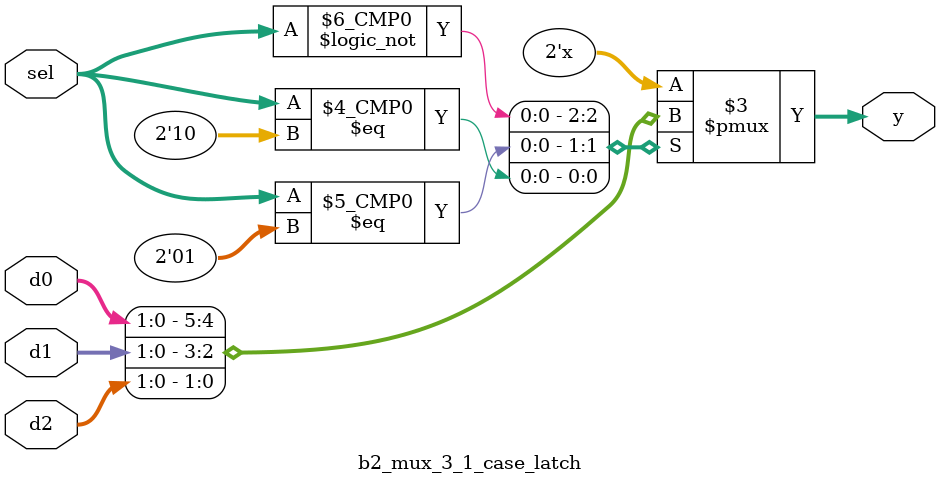
<source format=v>
module b2_mux_3_1_case_latch
(
    input      [1:0] d0, d1, d2, 
    input      [1:0] sel,
    output reg [1:0] y
);

    always @(*)
        case (sel)
        2'b00: y = d0;
        2'b01: y = d1;
        2'b10: y = d2;
        endcase

endmodule

</source>
